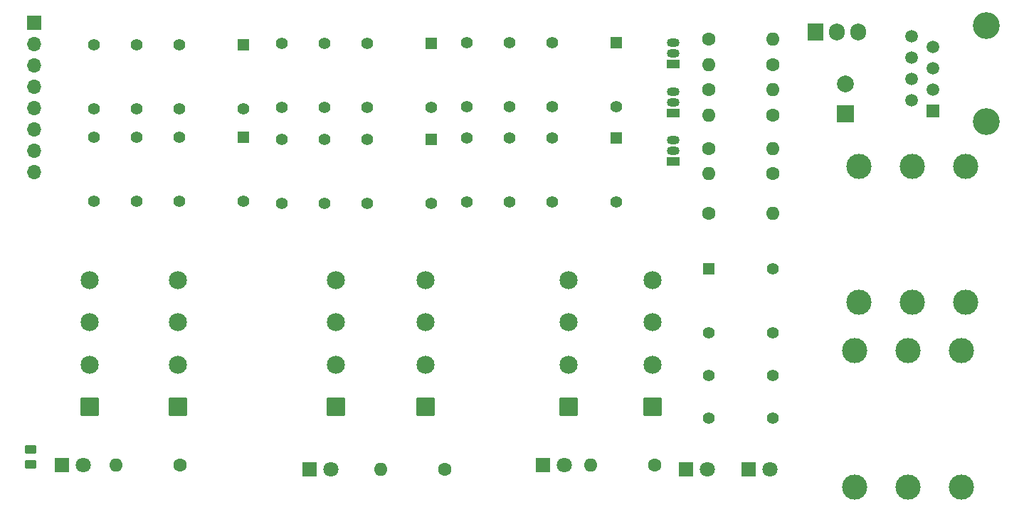
<source format=gbr>
%TF.GenerationSoftware,KiCad,Pcbnew,7.0.9*%
%TF.CreationDate,2024-06-30T00:15:25-04:00*%
%TF.ProjectId,Loop Board 3 Jackless Input,4c6f6f70-2042-46f6-9172-642033204a61,rev?*%
%TF.SameCoordinates,Original*%
%TF.FileFunction,Soldermask,Top*%
%TF.FilePolarity,Negative*%
%FSLAX46Y46*%
G04 Gerber Fmt 4.6, Leading zero omitted, Abs format (unit mm)*
G04 Created by KiCad (PCBNEW 7.0.9) date 2024-06-30 00:15:25*
%MOMM*%
%LPD*%
G01*
G04 APERTURE LIST*
G04 Aperture macros list*
%AMRoundRect*
0 Rectangle with rounded corners*
0 $1 Rounding radius*
0 $2 $3 $4 $5 $6 $7 $8 $9 X,Y pos of 4 corners*
0 Add a 4 corners polygon primitive as box body*
4,1,4,$2,$3,$4,$5,$6,$7,$8,$9,$2,$3,0*
0 Add four circle primitives for the rounded corners*
1,1,$1+$1,$2,$3*
1,1,$1+$1,$4,$5*
1,1,$1+$1,$6,$7*
1,1,$1+$1,$8,$9*
0 Add four rect primitives between the rounded corners*
20,1,$1+$1,$2,$3,$4,$5,0*
20,1,$1+$1,$4,$5,$6,$7,0*
20,1,$1+$1,$6,$7,$8,$9,0*
20,1,$1+$1,$8,$9,$2,$3,0*%
G04 Aperture macros list end*
%ADD10R,1.400000X1.400000*%
%ADD11C,1.400000*%
%ADD12R,1.700000X1.700000*%
%ADD13O,1.700000X1.700000*%
%ADD14R,1.500000X1.050000*%
%ADD15O,1.500000X1.050000*%
%ADD16RoundRect,0.102000X0.975000X-0.975000X0.975000X0.975000X-0.975000X0.975000X-0.975000X-0.975000X0*%
%ADD17C,2.154000*%
%ADD18C,3.200000*%
%ADD19R,1.500000X1.500000*%
%ADD20C,1.500000*%
%ADD21R,1.800000X1.800000*%
%ADD22C,1.800000*%
%ADD23C,1.600000*%
%ADD24O,1.600000X1.600000*%
%ADD25C,3.000000*%
%ADD26R,1.905000X2.000000*%
%ADD27O,1.905000X2.000000*%
%ADD28RoundRect,0.250000X0.450000X-0.262500X0.450000X0.262500X-0.450000X0.262500X-0.450000X-0.262500X0*%
%ADD29R,2.000000X2.000000*%
%ADD30C,2.000000*%
G04 APERTURE END LIST*
D10*
%TO.C,Right3*%
X148380000Y-42975000D03*
D11*
X140760000Y-42975000D03*
X135680000Y-42975000D03*
X130600000Y-42975000D03*
X130600000Y-50595000D03*
X135680000Y-50595000D03*
X140760000Y-50595000D03*
X148380000Y-50595000D03*
%TD*%
D12*
%TO.C,J2*%
X123500000Y-40340000D03*
D13*
X123500000Y-42880000D03*
X123500000Y-45420000D03*
X123500000Y-47960000D03*
X123500000Y-50500000D03*
X123500000Y-53040000D03*
X123500000Y-55580000D03*
X123500000Y-58120000D03*
%TD*%
D14*
%TO.C,QL3*%
X199500000Y-56835000D03*
D15*
X199500000Y-55565000D03*
X199500000Y-54295000D03*
%TD*%
D16*
%TO.C,Return2*%
X159400000Y-86000000D03*
D17*
X159400000Y-81000000D03*
X159400000Y-76000000D03*
X159400000Y-71000000D03*
%TD*%
D18*
%TO.C,J1*%
X236750000Y-52052500D03*
X236750000Y-40622500D03*
D19*
X230400000Y-50782500D03*
D20*
X227860000Y-49512500D03*
X230400000Y-48242500D03*
X227860000Y-46972500D03*
X230400000Y-45702500D03*
X227860000Y-44432500D03*
X230400000Y-43162500D03*
X227860000Y-41892500D03*
%TD*%
D21*
%TO.C,D2*%
X156225000Y-93500000D03*
D22*
X158765000Y-93500000D03*
%TD*%
D23*
%TO.C,LeftPD2*%
X203690000Y-48295000D03*
D24*
X211310000Y-48295000D03*
%TD*%
D16*
%TO.C,Send3*%
X140537500Y-86000000D03*
D17*
X140537500Y-81000000D03*
X140537500Y-76000000D03*
X140537500Y-71000000D03*
%TD*%
D25*
%TO.C,R1*%
X227915000Y-57385000D03*
X227915000Y-73615000D03*
X234265000Y-57385000D03*
X234265000Y-73615000D03*
X221565000Y-57385000D03*
X221565000Y-73615000D03*
%TD*%
D10*
%TO.C,Left/Mono3*%
X148380000Y-53975000D03*
D11*
X140760000Y-53975000D03*
X135680000Y-53975000D03*
X130600000Y-53975000D03*
X130600000Y-61595000D03*
X135680000Y-61595000D03*
X140760000Y-61595000D03*
X148380000Y-61595000D03*
%TD*%
D26*
%TO.C,U1*%
X216460000Y-41445000D03*
D27*
X219000000Y-41445000D03*
X221540000Y-41445000D03*
%TD*%
D23*
%TO.C,LeftPD3*%
X203690000Y-55295000D03*
D24*
X211310000Y-55295000D03*
%TD*%
D23*
%TO.C,RLed1*%
X197310000Y-93000000D03*
D24*
X189690000Y-93000000D03*
%TD*%
D21*
%TO.C,D4*%
X201000000Y-93500000D03*
D22*
X203540000Y-93500000D03*
%TD*%
D14*
%TO.C,QL2*%
X199500000Y-51045000D03*
D15*
X199500000Y-49775000D03*
X199500000Y-48505000D03*
%TD*%
D23*
%TO.C,LGate3*%
X211310000Y-58295000D03*
D24*
X203690000Y-58295000D03*
%TD*%
D16*
%TO.C,Send2*%
X170037500Y-86000000D03*
D17*
X170037500Y-81000000D03*
X170037500Y-76000000D03*
X170037500Y-71000000D03*
%TD*%
D10*
%TO.C,Left/Mono1*%
X192700000Y-54032500D03*
D11*
X185080000Y-54032500D03*
X180000000Y-54032500D03*
X174920000Y-54032500D03*
X174920000Y-61652500D03*
X180000000Y-61652500D03*
X185080000Y-61652500D03*
X192700000Y-61652500D03*
%TD*%
D14*
%TO.C,QL1*%
X199500000Y-45255000D03*
D15*
X199500000Y-43985000D03*
X199500000Y-42715000D03*
%TD*%
D25*
%TO.C,L/Mono1*%
X227415000Y-79385000D03*
X227415000Y-95615000D03*
X233765000Y-79385000D03*
X233765000Y-95615000D03*
X221065000Y-79385000D03*
X221065000Y-95615000D03*
%TD*%
D10*
%TO.C,Right1*%
X192700000Y-42675000D03*
D11*
X185080000Y-42675000D03*
X180000000Y-42675000D03*
X174920000Y-42675000D03*
X174920000Y-50295000D03*
X180000000Y-50295000D03*
X185080000Y-50295000D03*
X192700000Y-50295000D03*
%TD*%
D28*
%TO.C,G_link1*%
X123000000Y-92912500D03*
X123000000Y-91087500D03*
%TD*%
D16*
%TO.C,Return3*%
X130037500Y-86000000D03*
D17*
X130037500Y-81000000D03*
X130037500Y-76000000D03*
X130037500Y-71000000D03*
%TD*%
D10*
%TO.C,InputRelay1*%
X203737500Y-69642500D03*
D11*
X203737500Y-77262500D03*
X203737500Y-82342500D03*
X203737500Y-87422500D03*
X211357500Y-87422500D03*
X211357500Y-82342500D03*
X211357500Y-77262500D03*
X211357500Y-69642500D03*
%TD*%
D23*
%TO.C,LGate2*%
X211310000Y-51295000D03*
D24*
X203690000Y-51295000D03*
%TD*%
D23*
%TO.C,LGate1*%
X211310000Y-45295000D03*
D24*
X203690000Y-45295000D03*
%TD*%
D21*
%TO.C,D3*%
X126725000Y-93000000D03*
D22*
X129265000Y-93000000D03*
%TD*%
D16*
%TO.C,Return1*%
X187037500Y-86000000D03*
D17*
X187037500Y-81000000D03*
X187037500Y-76000000D03*
X187037500Y-71000000D03*
%TD*%
D16*
%TO.C,Send1*%
X197037500Y-86000000D03*
D17*
X197037500Y-81000000D03*
X197037500Y-76000000D03*
X197037500Y-71000000D03*
%TD*%
D21*
%TO.C,D1*%
X183960000Y-93000000D03*
D22*
X186500000Y-93000000D03*
%TD*%
D29*
%TO.C,C1*%
X220000000Y-51117677D03*
D30*
X220000000Y-47617677D03*
%TD*%
D23*
%TO.C,LeftPD1*%
X203690000Y-42295000D03*
D24*
X211310000Y-42295000D03*
%TD*%
D10*
%TO.C,Left/Mono2*%
X170737500Y-54237500D03*
D11*
X163117500Y-54237500D03*
X158037500Y-54237500D03*
X152957500Y-54237500D03*
X152957500Y-61857500D03*
X158037500Y-61857500D03*
X163117500Y-61857500D03*
X170737500Y-61857500D03*
%TD*%
D21*
%TO.C,D5*%
X208500000Y-93500000D03*
D22*
X211040000Y-93500000D03*
%TD*%
D10*
%TO.C,Right2*%
X170737500Y-42737500D03*
D11*
X163117500Y-42737500D03*
X158037500Y-42737500D03*
X152957500Y-42737500D03*
X152957500Y-50357500D03*
X158037500Y-50357500D03*
X163117500Y-50357500D03*
X170737500Y-50357500D03*
%TD*%
D23*
%TO.C,RLed3*%
X140810000Y-93000000D03*
D24*
X133190000Y-93000000D03*
%TD*%
D23*
%TO.C,RLed4*%
X203690000Y-63000000D03*
D24*
X211310000Y-63000000D03*
%TD*%
D23*
%TO.C,RLed2*%
X172310000Y-93500000D03*
D24*
X164690000Y-93500000D03*
%TD*%
M02*

</source>
